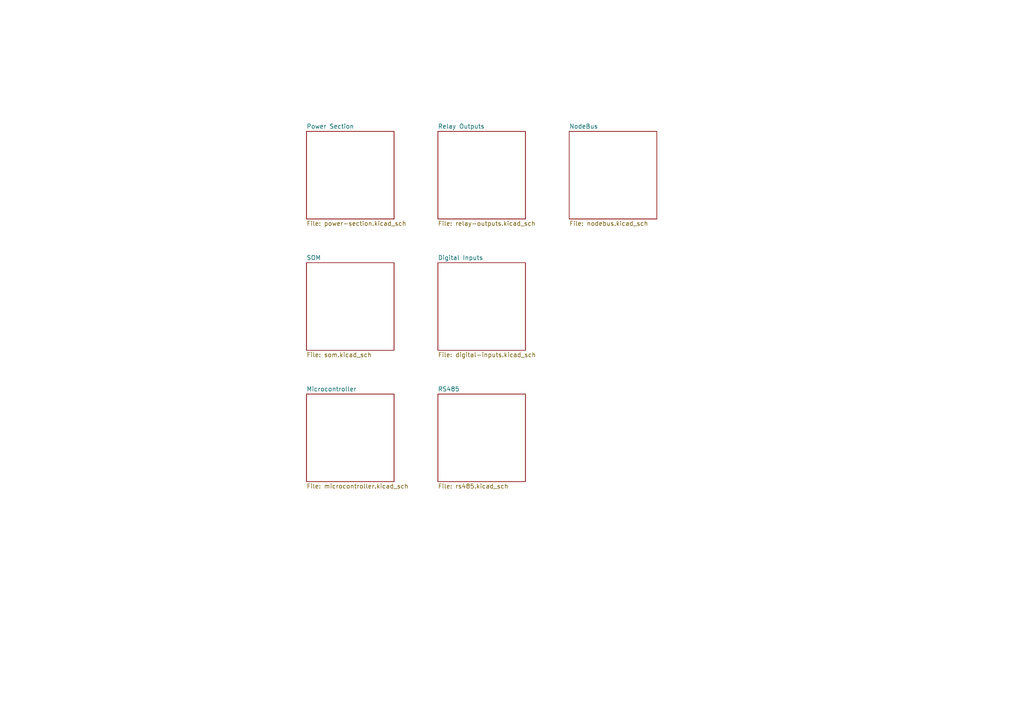
<source format=kicad_sch>
(kicad_sch
	(version 20231120)
	(generator "eeschema")
	(generator_version "8.0")
	(uuid "4b468ead-584e-46d1-b772-383545ada818")
	(paper "A4")
	(title_block
		(title "SimplePLC")
		(date "2025-01-27")
		(rev "v1.0")
		(company "Szymon Wąchała")
	)
	(lib_symbols)
	(sheet
		(at 127 76.2)
		(size 25.4 25.4)
		(fields_autoplaced yes)
		(stroke
			(width 0.1524)
			(type solid)
		)
		(fill
			(color 0 0 0 0.0000)
		)
		(uuid "00f62382-2ce6-4cb0-9fa6-ccc6ae4e1651")
		(property "Sheetname" "Digital Inputs"
			(at 127 75.4884 0)
			(effects
				(font
					(size 1.27 1.27)
				)
				(justify left bottom)
			)
		)
		(property "Sheetfile" "digital-inputs.kicad_sch"
			(at 127 102.1846 0)
			(effects
				(font
					(size 1.27 1.27)
				)
				(justify left top)
			)
		)
		(instances
			(project "SimplePLC"
				(path "/4b468ead-584e-46d1-b772-383545ada818"
					(page "6")
				)
			)
		)
	)
	(sheet
		(at 127 38.1)
		(size 25.4 25.4)
		(fields_autoplaced yes)
		(stroke
			(width 0.1524)
			(type solid)
		)
		(fill
			(color 0 0 0 0.0000)
		)
		(uuid "0aec3395-1ce0-4118-9ca1-4f7cf43635e8")
		(property "Sheetname" "Relay Outputs"
			(at 127 37.3884 0)
			(effects
				(font
					(size 1.27 1.27)
				)
				(justify left bottom)
			)
		)
		(property "Sheetfile" "relay-outputs.kicad_sch"
			(at 127 64.0846 0)
			(effects
				(font
					(size 1.27 1.27)
				)
				(justify left top)
			)
		)
		(instances
			(project "SimplePLC"
				(path "/4b468ead-584e-46d1-b772-383545ada818"
					(page "5")
				)
			)
		)
	)
	(sheet
		(at 165.1 38.1)
		(size 25.4 25.4)
		(fields_autoplaced yes)
		(stroke
			(width 0.1524)
			(type solid)
		)
		(fill
			(color 0 0 0 0.0000)
		)
		(uuid "4cbdf860-894c-45e9-9e52-74e70a06c8a6")
		(property "Sheetname" "NodeBus"
			(at 165.1 37.3884 0)
			(effects
				(font
					(size 1.27 1.27)
				)
				(justify left bottom)
			)
		)
		(property "Sheetfile" "nodebus.kicad_sch"
			(at 165.1 64.0846 0)
			(effects
				(font
					(size 1.27 1.27)
				)
				(justify left top)
			)
		)
		(instances
			(project "SimplePLC"
				(path "/4b468ead-584e-46d1-b772-383545ada818"
					(page "8")
				)
			)
		)
	)
	(sheet
		(at 127 114.3)
		(size 25.4 25.4)
		(fields_autoplaced yes)
		(stroke
			(width 0.1524)
			(type solid)
		)
		(fill
			(color 0 0 0 0.0000)
		)
		(uuid "57ff7fb8-8937-47a7-a1cd-7a5cc7b1fbd8")
		(property "Sheetname" "RS485"
			(at 127 113.5884 0)
			(effects
				(font
					(size 1.27 1.27)
				)
				(justify left bottom)
			)
		)
		(property "Sheetfile" "rs485.kicad_sch"
			(at 127 140.2846 0)
			(effects
				(font
					(size 1.27 1.27)
				)
				(justify left top)
			)
		)
		(instances
			(project "SimplePLC"
				(path "/4b468ead-584e-46d1-b772-383545ada818"
					(page "7")
				)
			)
		)
	)
	(sheet
		(at 88.9 114.3)
		(size 25.4 25.4)
		(fields_autoplaced yes)
		(stroke
			(width 0.1524)
			(type solid)
		)
		(fill
			(color 0 0 0 0.0000)
		)
		(uuid "5ebf128f-720c-4035-9313-002403bcdce0")
		(property "Sheetname" "Microcontroller"
			(at 88.9 113.5884 0)
			(effects
				(font
					(size 1.27 1.27)
				)
				(justify left bottom)
			)
		)
		(property "Sheetfile" "microcontroller.kicad_sch"
			(at 88.9 140.2846 0)
			(effects
				(font
					(size 1.27 1.27)
				)
				(justify left top)
			)
		)
		(instances
			(project "SimplePLC"
				(path "/4b468ead-584e-46d1-b772-383545ada818"
					(page "4")
				)
			)
		)
	)
	(sheet
		(at 88.9 76.2)
		(size 25.4 25.4)
		(fields_autoplaced yes)
		(stroke
			(width 0.1524)
			(type solid)
		)
		(fill
			(color 0 0 0 0.0000)
		)
		(uuid "776d2b50-a3c0-4566-8c15-dd8167f49c1c")
		(property "Sheetname" "SOM"
			(at 88.9 75.4884 0)
			(effects
				(font
					(size 1.27 1.27)
				)
				(justify left bottom)
			)
		)
		(property "Sheetfile" "som.kicad_sch"
			(at 88.9 102.1846 0)
			(effects
				(font
					(size 1.27 1.27)
				)
				(justify left top)
			)
		)
		(instances
			(project "SimplePLC"
				(path "/4b468ead-584e-46d1-b772-383545ada818"
					(page "3")
				)
			)
		)
	)
	(sheet
		(at 88.9 38.1)
		(size 25.4 25.4)
		(fields_autoplaced yes)
		(stroke
			(width 0.1524)
			(type solid)
		)
		(fill
			(color 0 0 0 0.0000)
		)
		(uuid "984561cb-83ec-4ac0-980f-31dff7e5def3")
		(property "Sheetname" "Power Section"
			(at 88.9 37.3884 0)
			(effects
				(font
					(size 1.27 1.27)
				)
				(justify left bottom)
			)
		)
		(property "Sheetfile" "power-section.kicad_sch"
			(at 88.9 64.0846 0)
			(effects
				(font
					(size 1.27 1.27)
				)
				(justify left top)
			)
		)
		(instances
			(project "SimplePLC"
				(path "/4b468ead-584e-46d1-b772-383545ada818"
					(page "2")
				)
			)
		)
	)
	(sheet_instances
		(path "/"
			(page "1")
		)
	)
)

</source>
